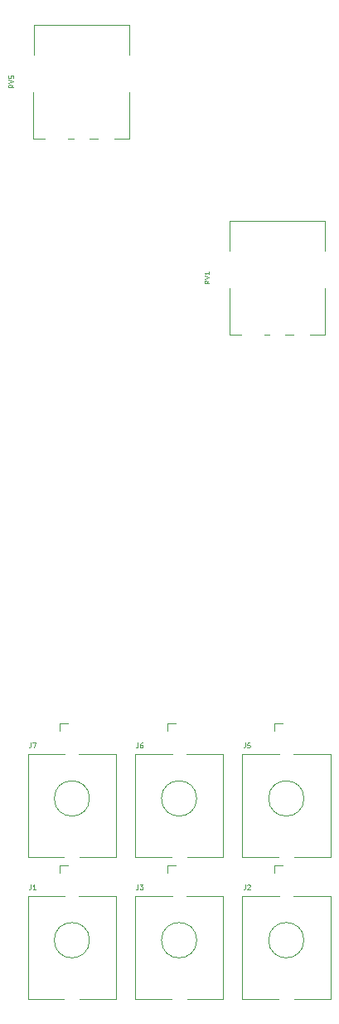
<source format=gbr>
%TF.GenerationSoftware,KiCad,Pcbnew,7.0.10*%
%TF.CreationDate,2024-02-20T21:55:09-06:00*%
%TF.ProjectId,Dual_VCA,4475616c-5f56-4434-912e-6b696361645f,rev?*%
%TF.SameCoordinates,Original*%
%TF.FileFunction,Legend,Top*%
%TF.FilePolarity,Positive*%
%FSLAX46Y46*%
G04 Gerber Fmt 4.6, Leading zero omitted, Abs format (unit mm)*
G04 Created by KiCad (PCBNEW 7.0.10) date 2024-02-20 21:55:09*
%MOMM*%
%LPD*%
G01*
G04 APERTURE LIST*
%ADD10C,0.125000*%
%ADD11C,0.120000*%
G04 APERTURE END LIST*
D10*
X169113333Y-127904809D02*
X169113333Y-128261952D01*
X169113333Y-128261952D02*
X169089524Y-128333380D01*
X169089524Y-128333380D02*
X169041905Y-128381000D01*
X169041905Y-128381000D02*
X168970476Y-128404809D01*
X168970476Y-128404809D02*
X168922857Y-128404809D01*
X169565714Y-127904809D02*
X169470476Y-127904809D01*
X169470476Y-127904809D02*
X169422857Y-127928619D01*
X169422857Y-127928619D02*
X169399047Y-127952428D01*
X169399047Y-127952428D02*
X169351428Y-128023857D01*
X169351428Y-128023857D02*
X169327619Y-128119095D01*
X169327619Y-128119095D02*
X169327619Y-128309571D01*
X169327619Y-128309571D02*
X169351428Y-128357190D01*
X169351428Y-128357190D02*
X169375238Y-128381000D01*
X169375238Y-128381000D02*
X169422857Y-128404809D01*
X169422857Y-128404809D02*
X169518095Y-128404809D01*
X169518095Y-128404809D02*
X169565714Y-128381000D01*
X169565714Y-128381000D02*
X169589523Y-128357190D01*
X169589523Y-128357190D02*
X169613333Y-128309571D01*
X169613333Y-128309571D02*
X169613333Y-128190523D01*
X169613333Y-128190523D02*
X169589523Y-128142904D01*
X169589523Y-128142904D02*
X169565714Y-128119095D01*
X169565714Y-128119095D02*
X169518095Y-128095285D01*
X169518095Y-128095285D02*
X169422857Y-128095285D01*
X169422857Y-128095285D02*
X169375238Y-128119095D01*
X169375238Y-128119095D02*
X169351428Y-128142904D01*
X169351428Y-128142904D02*
X169327619Y-128190523D01*
X180063333Y-127904809D02*
X180063333Y-128261952D01*
X180063333Y-128261952D02*
X180039524Y-128333380D01*
X180039524Y-128333380D02*
X179991905Y-128381000D01*
X179991905Y-128381000D02*
X179920476Y-128404809D01*
X179920476Y-128404809D02*
X179872857Y-128404809D01*
X180539523Y-127904809D02*
X180301428Y-127904809D01*
X180301428Y-127904809D02*
X180277619Y-128142904D01*
X180277619Y-128142904D02*
X180301428Y-128119095D01*
X180301428Y-128119095D02*
X180349047Y-128095285D01*
X180349047Y-128095285D02*
X180468095Y-128095285D01*
X180468095Y-128095285D02*
X180515714Y-128119095D01*
X180515714Y-128119095D02*
X180539523Y-128142904D01*
X180539523Y-128142904D02*
X180563333Y-128190523D01*
X180563333Y-128190523D02*
X180563333Y-128309571D01*
X180563333Y-128309571D02*
X180539523Y-128357190D01*
X180539523Y-128357190D02*
X180515714Y-128381000D01*
X180515714Y-128381000D02*
X180468095Y-128404809D01*
X180468095Y-128404809D02*
X180349047Y-128404809D01*
X180349047Y-128404809D02*
X180301428Y-128381000D01*
X180301428Y-128381000D02*
X180277619Y-128357190D01*
X180063333Y-142354809D02*
X180063333Y-142711952D01*
X180063333Y-142711952D02*
X180039524Y-142783380D01*
X180039524Y-142783380D02*
X179991905Y-142831000D01*
X179991905Y-142831000D02*
X179920476Y-142854809D01*
X179920476Y-142854809D02*
X179872857Y-142854809D01*
X180277619Y-142402428D02*
X180301428Y-142378619D01*
X180301428Y-142378619D02*
X180349047Y-142354809D01*
X180349047Y-142354809D02*
X180468095Y-142354809D01*
X180468095Y-142354809D02*
X180515714Y-142378619D01*
X180515714Y-142378619D02*
X180539523Y-142402428D01*
X180539523Y-142402428D02*
X180563333Y-142450047D01*
X180563333Y-142450047D02*
X180563333Y-142497666D01*
X180563333Y-142497666D02*
X180539523Y-142569095D01*
X180539523Y-142569095D02*
X180253809Y-142854809D01*
X180253809Y-142854809D02*
X180563333Y-142854809D01*
X156404809Y-60787618D02*
X156166714Y-60954284D01*
X156404809Y-61073332D02*
X155904809Y-61073332D01*
X155904809Y-61073332D02*
X155904809Y-60882856D01*
X155904809Y-60882856D02*
X155928619Y-60835237D01*
X155928619Y-60835237D02*
X155952428Y-60811427D01*
X155952428Y-60811427D02*
X156000047Y-60787618D01*
X156000047Y-60787618D02*
X156071476Y-60787618D01*
X156071476Y-60787618D02*
X156119095Y-60811427D01*
X156119095Y-60811427D02*
X156142904Y-60835237D01*
X156142904Y-60835237D02*
X156166714Y-60882856D01*
X156166714Y-60882856D02*
X156166714Y-61073332D01*
X155904809Y-60644760D02*
X156404809Y-60478094D01*
X156404809Y-60478094D02*
X155904809Y-60311427D01*
X155904809Y-59906666D02*
X155904809Y-60144761D01*
X155904809Y-60144761D02*
X156142904Y-60168570D01*
X156142904Y-60168570D02*
X156119095Y-60144761D01*
X156119095Y-60144761D02*
X156095285Y-60097142D01*
X156095285Y-60097142D02*
X156095285Y-59978094D01*
X156095285Y-59978094D02*
X156119095Y-59930475D01*
X156119095Y-59930475D02*
X156142904Y-59906666D01*
X156142904Y-59906666D02*
X156190523Y-59882856D01*
X156190523Y-59882856D02*
X156309571Y-59882856D01*
X156309571Y-59882856D02*
X156357190Y-59906666D01*
X156357190Y-59906666D02*
X156381000Y-59930475D01*
X156381000Y-59930475D02*
X156404809Y-59978094D01*
X156404809Y-59978094D02*
X156404809Y-60097142D01*
X156404809Y-60097142D02*
X156381000Y-60144761D01*
X156381000Y-60144761D02*
X156357190Y-60168570D01*
X158163333Y-142354809D02*
X158163333Y-142711952D01*
X158163333Y-142711952D02*
X158139524Y-142783380D01*
X158139524Y-142783380D02*
X158091905Y-142831000D01*
X158091905Y-142831000D02*
X158020476Y-142854809D01*
X158020476Y-142854809D02*
X157972857Y-142854809D01*
X158663333Y-142854809D02*
X158377619Y-142854809D01*
X158520476Y-142854809D02*
X158520476Y-142354809D01*
X158520476Y-142354809D02*
X158472857Y-142426238D01*
X158472857Y-142426238D02*
X158425238Y-142473857D01*
X158425238Y-142473857D02*
X158377619Y-142497666D01*
X169113333Y-142354809D02*
X169113333Y-142711952D01*
X169113333Y-142711952D02*
X169089524Y-142783380D01*
X169089524Y-142783380D02*
X169041905Y-142831000D01*
X169041905Y-142831000D02*
X168970476Y-142854809D01*
X168970476Y-142854809D02*
X168922857Y-142854809D01*
X169303809Y-142354809D02*
X169613333Y-142354809D01*
X169613333Y-142354809D02*
X169446666Y-142545285D01*
X169446666Y-142545285D02*
X169518095Y-142545285D01*
X169518095Y-142545285D02*
X169565714Y-142569095D01*
X169565714Y-142569095D02*
X169589523Y-142592904D01*
X169589523Y-142592904D02*
X169613333Y-142640523D01*
X169613333Y-142640523D02*
X169613333Y-142759571D01*
X169613333Y-142759571D02*
X169589523Y-142807190D01*
X169589523Y-142807190D02*
X169565714Y-142831000D01*
X169565714Y-142831000D02*
X169518095Y-142854809D01*
X169518095Y-142854809D02*
X169375238Y-142854809D01*
X169375238Y-142854809D02*
X169327619Y-142831000D01*
X169327619Y-142831000D02*
X169303809Y-142807190D01*
X158163333Y-127904809D02*
X158163333Y-128261952D01*
X158163333Y-128261952D02*
X158139524Y-128333380D01*
X158139524Y-128333380D02*
X158091905Y-128381000D01*
X158091905Y-128381000D02*
X158020476Y-128404809D01*
X158020476Y-128404809D02*
X157972857Y-128404809D01*
X158353809Y-127904809D02*
X158687142Y-127904809D01*
X158687142Y-127904809D02*
X158472857Y-128404809D01*
X176394809Y-80782618D02*
X176156714Y-80949284D01*
X176394809Y-81068332D02*
X175894809Y-81068332D01*
X175894809Y-81068332D02*
X175894809Y-80877856D01*
X175894809Y-80877856D02*
X175918619Y-80830237D01*
X175918619Y-80830237D02*
X175942428Y-80806427D01*
X175942428Y-80806427D02*
X175990047Y-80782618D01*
X175990047Y-80782618D02*
X176061476Y-80782618D01*
X176061476Y-80782618D02*
X176109095Y-80806427D01*
X176109095Y-80806427D02*
X176132904Y-80830237D01*
X176132904Y-80830237D02*
X176156714Y-80877856D01*
X176156714Y-80877856D02*
X176156714Y-81068332D01*
X175894809Y-80639760D02*
X176394809Y-80473094D01*
X176394809Y-80473094D02*
X175894809Y-80306427D01*
X176394809Y-79877856D02*
X176394809Y-80163570D01*
X176394809Y-80020713D02*
X175894809Y-80020713D01*
X175894809Y-80020713D02*
X175966238Y-80068332D01*
X175966238Y-80068332D02*
X176013857Y-80115951D01*
X176013857Y-80115951D02*
X176037666Y-80163570D01*
D11*
%TO.C,J6*%
X168810000Y-129080000D02*
X168810000Y-139580000D01*
X172080000Y-125930000D02*
X172080000Y-126730000D01*
X172080000Y-125930000D02*
X172940000Y-125930000D01*
X172510000Y-139580000D02*
X168810000Y-139580000D01*
X172590000Y-129080000D02*
X168810000Y-129080000D01*
X177810000Y-129080000D02*
X174030000Y-129080000D01*
X177810000Y-129080000D02*
X177810000Y-139580000D01*
X177810000Y-139580000D02*
X174110000Y-139580000D01*
X175110000Y-133580000D02*
G75*
G03*
X171510000Y-133580000I-1800000J0D01*
G01*
X171510000Y-133580000D02*
G75*
G03*
X175110000Y-133580000I1800000J0D01*
G01*
%TO.C,J5*%
X179760000Y-129080000D02*
X179760000Y-139580000D01*
X183030000Y-125930000D02*
X183030000Y-126730000D01*
X183030000Y-125930000D02*
X183890000Y-125930000D01*
X183460000Y-139580000D02*
X179760000Y-139580000D01*
X183540000Y-129080000D02*
X179760000Y-129080000D01*
X188760000Y-129080000D02*
X184980000Y-129080000D01*
X188760000Y-129080000D02*
X188760000Y-139580000D01*
X188760000Y-139580000D02*
X185060000Y-139580000D01*
X186060000Y-133580000D02*
G75*
G03*
X182460000Y-133580000I-1800000J0D01*
G01*
X182460000Y-133580000D02*
G75*
G03*
X186060000Y-133580000I1800000J0D01*
G01*
%TO.C,J2*%
X179760000Y-143530000D02*
X179760000Y-154030000D01*
X183030000Y-140380000D02*
X183030000Y-141180000D01*
X183030000Y-140380000D02*
X183890000Y-140380000D01*
X183460000Y-154030000D02*
X179760000Y-154030000D01*
X183540000Y-143530000D02*
X179760000Y-143530000D01*
X188760000Y-143530000D02*
X184980000Y-143530000D01*
X188760000Y-143530000D02*
X188760000Y-154030000D01*
X188760000Y-154030000D02*
X185060000Y-154030000D01*
X186060000Y-148030000D02*
G75*
G03*
X182460000Y-148030000I-1800000J0D01*
G01*
X182460000Y-148030000D02*
G75*
G03*
X186060000Y-148030000I1800000J0D01*
G01*
%TO.C,RV5*%
X158440000Y-66320000D02*
X158440000Y-61600000D01*
X159630000Y-66320000D02*
X158450000Y-66320000D01*
X162530000Y-66320000D02*
X162000000Y-66320000D01*
X164980000Y-66320000D02*
X164150000Y-66320000D01*
X168190000Y-66320000D02*
X166700000Y-66320000D01*
X168190000Y-66320000D02*
X168190000Y-61600000D01*
X158450000Y-57790000D02*
X158450000Y-54730000D01*
X168190000Y-57790000D02*
X168190000Y-54730000D01*
X168190000Y-54730000D02*
X158450000Y-54730000D01*
%TO.C,J1*%
X157860000Y-143530000D02*
X157860000Y-154030000D01*
X161130000Y-140380000D02*
X161130000Y-141180000D01*
X161130000Y-140380000D02*
X161990000Y-140380000D01*
X161560000Y-154030000D02*
X157860000Y-154030000D01*
X161640000Y-143530000D02*
X157860000Y-143530000D01*
X166860000Y-143530000D02*
X163080000Y-143530000D01*
X166860000Y-143530000D02*
X166860000Y-154030000D01*
X166860000Y-154030000D02*
X163160000Y-154030000D01*
X164160000Y-148030000D02*
G75*
G03*
X160560000Y-148030000I-1800000J0D01*
G01*
X160560000Y-148030000D02*
G75*
G03*
X164160000Y-148030000I1800000J0D01*
G01*
%TO.C,J3*%
X168810000Y-143530000D02*
X168810000Y-154030000D01*
X172080000Y-140380000D02*
X172080000Y-141180000D01*
X172080000Y-140380000D02*
X172940000Y-140380000D01*
X172510000Y-154030000D02*
X168810000Y-154030000D01*
X172590000Y-143530000D02*
X168810000Y-143530000D01*
X177810000Y-143530000D02*
X174030000Y-143530000D01*
X177810000Y-143530000D02*
X177810000Y-154030000D01*
X177810000Y-154030000D02*
X174110000Y-154030000D01*
X175110000Y-148030000D02*
G75*
G03*
X171510000Y-148030000I-1800000J0D01*
G01*
X171510000Y-148030000D02*
G75*
G03*
X175110000Y-148030000I1800000J0D01*
G01*
%TO.C,J7*%
X157860000Y-129080000D02*
X157860000Y-139580000D01*
X161130000Y-125930000D02*
X161130000Y-126730000D01*
X161130000Y-125930000D02*
X161990000Y-125930000D01*
X161560000Y-139580000D02*
X157860000Y-139580000D01*
X161640000Y-129080000D02*
X157860000Y-129080000D01*
X166860000Y-129080000D02*
X163080000Y-129080000D01*
X166860000Y-129080000D02*
X166860000Y-139580000D01*
X166860000Y-139580000D02*
X163160000Y-139580000D01*
X164160000Y-133580000D02*
G75*
G03*
X160560000Y-133580000I-1800000J0D01*
G01*
X160560000Y-133580000D02*
G75*
G03*
X164160000Y-133580000I1800000J0D01*
G01*
%TO.C,RV1*%
X178430000Y-86315000D02*
X178430000Y-81595000D01*
X179620000Y-86315000D02*
X178440000Y-86315000D01*
X182520000Y-86315000D02*
X181990000Y-86315000D01*
X184970000Y-86315000D02*
X184140000Y-86315000D01*
X188180000Y-86315000D02*
X186690000Y-86315000D01*
X188180000Y-86315000D02*
X188180000Y-81595000D01*
X178440000Y-77785000D02*
X178440000Y-74725000D01*
X188180000Y-77785000D02*
X188180000Y-74725000D01*
X188180000Y-74725000D02*
X178440000Y-74725000D01*
%TD*%
M02*

</source>
